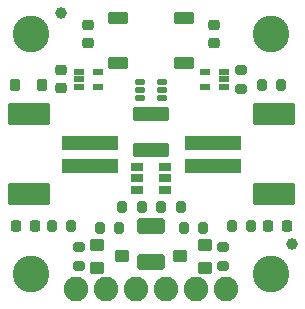
<source format=gts>
%TF.GenerationSoftware,KiCad,Pcbnew,8.0.5*%
%TF.CreationDate,2024-09-30T10:49:06+01:00*%
%TF.ProjectId,Soft_Power_Switch,536f6674-5f50-46f7-9765-725f53776974,v01*%
%TF.SameCoordinates,Original*%
%TF.FileFunction,Soldermask,Top*%
%TF.FilePolarity,Negative*%
%FSLAX46Y46*%
G04 Gerber Fmt 4.6, Leading zero omitted, Abs format (unit mm)*
G04 Created by KiCad (PCBNEW 8.0.5) date 2024-09-30 10:49:06*
%MOMM*%
%LPD*%
G01*
G04 APERTURE LIST*
G04 Aperture macros list*
%AMRoundRect*
0 Rectangle with rounded corners*
0 $1 Rounding radius*
0 $2 $3 $4 $5 $6 $7 $8 $9 X,Y pos of 4 corners*
0 Add a 4 corners polygon primitive as box body*
4,1,4,$2,$3,$4,$5,$6,$7,$8,$9,$2,$3,0*
0 Add four circle primitives for the rounded corners*
1,1,$1+$1,$2,$3*
1,1,$1+$1,$4,$5*
1,1,$1+$1,$6,$7*
1,1,$1+$1,$8,$9*
0 Add four rect primitives between the rounded corners*
20,1,$1+$1,$2,$3,$4,$5,0*
20,1,$1+$1,$4,$5,$6,$7,0*
20,1,$1+$1,$6,$7,$8,$9,0*
20,1,$1+$1,$8,$9,$2,$3,0*%
G04 Aperture macros list end*
%ADD10RoundRect,0.101600X0.762000X-0.381000X0.762000X0.381000X-0.762000X0.381000X-0.762000X-0.381000X0*%
%ADD11RoundRect,0.218750X0.218750X0.256250X-0.218750X0.256250X-0.218750X-0.256250X0.218750X-0.256250X0*%
%ADD12RoundRect,0.218750X-0.218750X-0.256250X0.218750X-0.256250X0.218750X0.256250X-0.218750X0.256250X0*%
%ADD13RoundRect,0.250000X-0.925000X0.412500X-0.925000X-0.412500X0.925000X-0.412500X0.925000X0.412500X0*%
%ADD14RoundRect,0.101600X-0.400000X0.275000X-0.400000X-0.275000X0.400000X-0.275000X0.400000X0.275000X0*%
%ADD15RoundRect,0.101600X0.400000X-0.275000X0.400000X0.275000X-0.400000X0.275000X-0.400000X-0.275000X0*%
%ADD16RoundRect,0.101600X-0.350000X0.150000X-0.350000X-0.150000X0.350000X-0.150000X0.350000X0.150000X0*%
%ADD17C,2.082800*%
%ADD18RoundRect,0.200000X-0.275000X0.200000X-0.275000X-0.200000X0.275000X-0.200000X0.275000X0.200000X0*%
%ADD19RoundRect,0.200000X-0.200000X-0.275000X0.200000X-0.275000X0.200000X0.275000X-0.200000X0.275000X0*%
%ADD20RoundRect,0.200000X0.275000X-0.200000X0.275000X0.200000X-0.275000X0.200000X-0.275000X-0.200000X0*%
%ADD21C,3.100000*%
%ADD22C,1.000000*%
%ADD23RoundRect,0.101600X-0.450000X0.400000X-0.450000X-0.400000X0.450000X-0.400000X0.450000X0.400000X0*%
%ADD24RoundRect,0.101600X-2.300000X0.500000X-2.300000X-0.500000X2.300000X-0.500000X2.300000X0.500000X0*%
%ADD25RoundRect,0.101600X-1.700000X-0.800000X1.700000X-0.800000X1.700000X0.800000X-1.700000X0.800000X0*%
%ADD26RoundRect,0.200000X0.200000X0.275000X-0.200000X0.275000X-0.200000X-0.275000X0.200000X-0.275000X0*%
%ADD27RoundRect,0.225000X0.250000X-0.225000X0.250000X0.225000X-0.250000X0.225000X-0.250000X-0.225000X0*%
%ADD28RoundRect,0.101600X0.330000X-0.150000X0.330000X0.150000X-0.330000X0.150000X-0.330000X-0.150000X0*%
%ADD29RoundRect,0.101600X-0.315000X-0.415000X0.315000X-0.415000X0.315000X0.415000X-0.315000X0.415000X0*%
%ADD30RoundRect,0.101600X0.350000X-0.150000X0.350000X0.150000X-0.350000X0.150000X-0.350000X-0.150000X0*%
%ADD31RoundRect,0.101600X2.300000X-0.500000X2.300000X0.500000X-2.300000X0.500000X-2.300000X-0.500000X0*%
%ADD32RoundRect,0.101600X1.700000X0.800000X-1.700000X0.800000X-1.700000X-0.800000X1.700000X-0.800000X0*%
%ADD33RoundRect,0.101600X1.400000X-0.500000X1.400000X0.500000X-1.400000X0.500000X-1.400000X-0.500000X0*%
%ADD34RoundRect,0.101600X0.450000X-0.400000X0.450000X0.400000X-0.450000X0.400000X-0.450000X-0.400000X0*%
G04 APERTURE END LIST*
D10*
%TO.C,SW1*%
X9906000Y24257000D03*
X15494000Y24257000D03*
X9906000Y20447000D03*
X15494000Y20447000D03*
%TD*%
D11*
%TO.C,D3*%
X24155500Y6604000D03*
X22580500Y6604000D03*
%TD*%
D12*
%TO.C,D2*%
X1244500Y6604000D03*
X2819500Y6604000D03*
%TD*%
D13*
%TO.C,C2*%
X12700000Y6617500D03*
X12700000Y3542500D03*
%TD*%
D14*
%TO.C,Q3*%
X11500000Y11618000D03*
X11500000Y10668000D03*
X11500000Y9718000D03*
X13900000Y9718000D03*
D15*
X13900000Y10668000D03*
D14*
X13900000Y11618000D03*
%TD*%
D16*
%TO.C,U2*%
X6566000Y19700000D03*
X6566000Y19050000D03*
X6566000Y18400000D03*
X8166000Y18400000D03*
X8166000Y19700000D03*
%TD*%
D17*
%TO.C,J3*%
X19050000Y1270000D03*
X16510000Y1270000D03*
X13970000Y1270000D03*
X11430000Y1270000D03*
X8890000Y1270000D03*
X6350000Y1270000D03*
%TD*%
D18*
%TO.C,R8*%
X18796000Y4889000D03*
X18796000Y3239000D03*
%TD*%
D19*
%TO.C,R4*%
X19495000Y6604000D03*
X21145000Y6604000D03*
%TD*%
D20*
%TO.C,R1*%
X20320000Y18225000D03*
X20320000Y19875000D03*
%TD*%
D21*
%TO.C,ST4*%
X22860000Y2540000D03*
%TD*%
D22*
%TO.C,FID4*%
X24638000Y5080000D03*
%TD*%
D23*
%TO.C,Q1*%
X8144000Y5014000D03*
X8144000Y3114000D03*
X10244000Y4064000D03*
%TD*%
D22*
%TO.C,FID1*%
X5080000Y24638000D03*
%TD*%
D18*
%TO.C,R6*%
X6604000Y4889000D03*
X6604000Y3239000D03*
%TD*%
D24*
%TO.C,J2*%
X17890000Y13700000D03*
X17890000Y11700000D03*
D25*
X23090000Y16100000D03*
X23090000Y9300000D03*
%TD*%
D26*
%TO.C,R3*%
X5905000Y6604000D03*
X4255000Y6604000D03*
%TD*%
D27*
%TO.C,C4*%
X18034000Y22085000D03*
X18034000Y23635000D03*
%TD*%
D19*
%TO.C,R5*%
X8319000Y6477000D03*
X9969000Y6477000D03*
%TD*%
D27*
%TO.C,C3*%
X7366000Y22085000D03*
X7366000Y23635000D03*
%TD*%
D28*
%TO.C,U4*%
X11780000Y18811000D03*
X11780000Y18161000D03*
X11780000Y17511000D03*
X13620000Y17511000D03*
X13620000Y18161000D03*
X13620000Y18811000D03*
%TD*%
D29*
%TO.C,D1*%
X3436000Y18542000D03*
X1136000Y18542000D03*
%TD*%
D21*
%TO.C,ST3*%
X22860000Y22860000D03*
%TD*%
D19*
%TO.C,R7*%
X15431000Y6477000D03*
X17081000Y6477000D03*
%TD*%
D30*
%TO.C,U3*%
X18834000Y18400000D03*
X18834000Y19050000D03*
X18834000Y19700000D03*
X17234000Y19700000D03*
X17234000Y18400000D03*
%TD*%
D19*
%TO.C,R2*%
X22035000Y18542000D03*
X23685000Y18542000D03*
%TD*%
D31*
%TO.C,J1*%
X7510000Y11700000D03*
X7510000Y13700000D03*
D32*
X2310000Y9300000D03*
X2310000Y16100000D03*
%TD*%
D19*
%TO.C,R9*%
X13526000Y8255000D03*
X15176000Y8255000D03*
%TD*%
D27*
%TO.C,C1*%
X5080000Y18275000D03*
X5080000Y19825000D03*
%TD*%
D26*
%TO.C,R10*%
X11874000Y8255000D03*
X10224000Y8255000D03*
%TD*%
D21*
%TO.C,ST1*%
X2540000Y22860000D03*
%TD*%
D33*
%TO.C,F1*%
X12700000Y13105000D03*
X12700000Y16105000D03*
%TD*%
D34*
%TO.C,Q2*%
X17256000Y3114000D03*
X17256000Y5014000D03*
X15156000Y4064000D03*
%TD*%
D21*
%TO.C,ST2*%
X2540000Y2540000D03*
%TD*%
M02*

</source>
